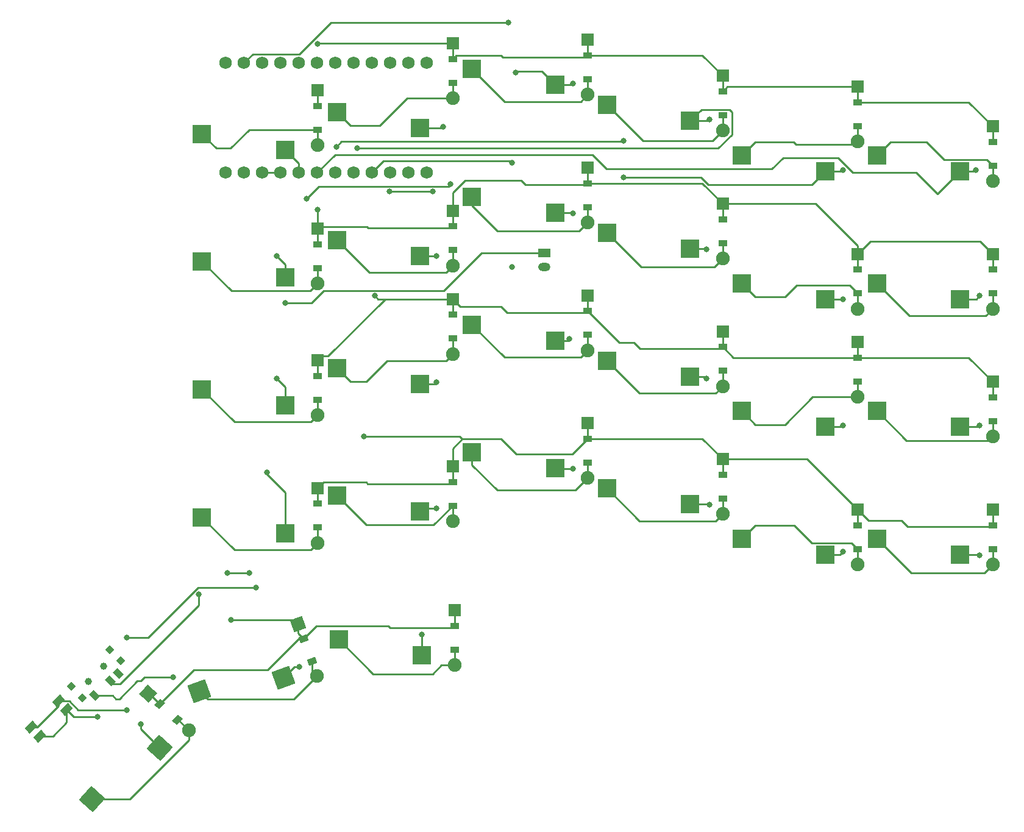
<source format=gbr>
%TF.GenerationSoftware,KiCad,Pcbnew,8.0.7*%
%TF.CreationDate,2024-12-27T12:50:11-06:00*%
%TF.ProjectId,right,72696768-742e-46b6-9963-61645f706362,v1.0.0*%
%TF.SameCoordinates,Original*%
%TF.FileFunction,Copper,L2,Bot*%
%TF.FilePolarity,Positive*%
%FSLAX46Y46*%
G04 Gerber Fmt 4.6, Leading zero omitted, Abs format (unit mm)*
G04 Created by KiCad (PCBNEW 8.0.7) date 2024-12-27 12:50:11*
%MOMM*%
%LPD*%
G01*
G04 APERTURE LIST*
G04 Aperture macros list*
%AMRotRect*
0 Rectangle, with rotation*
0 The origin of the aperture is its center*
0 $1 length*
0 $2 width*
0 $3 Rotation angle, in degrees counterclockwise*
0 Add horizontal line*
21,1,$1,$2,0,0,$3*%
G04 Aperture macros list end*
%TA.AperFunction,SMDPad,CuDef*%
%ADD10RotRect,0.900000X0.900000X44.000000*%
%TD*%
%TA.AperFunction,WasherPad*%
%ADD11C,1.000000*%
%TD*%
%TA.AperFunction,SMDPad,CuDef*%
%ADD12RotRect,0.900000X1.250000X44.000000*%
%TD*%
%TA.AperFunction,SMDPad,CuDef*%
%ADD13R,2.600000X2.600000*%
%TD*%
%TA.AperFunction,ComponentPad*%
%ADD14R,1.778000X1.778000*%
%TD*%
%TA.AperFunction,SMDPad,CuDef*%
%ADD15R,1.200000X0.900000*%
%TD*%
%TA.AperFunction,ComponentPad*%
%ADD16C,1.905000*%
%TD*%
%TA.AperFunction,SMDPad,CuDef*%
%ADD17RotRect,2.600000X2.600000X228.000000*%
%TD*%
%TA.AperFunction,ComponentPad*%
%ADD18R,1.700000X1.200000*%
%TD*%
%TA.AperFunction,ComponentPad*%
%ADD19O,1.700000X1.200000*%
%TD*%
%TA.AperFunction,ComponentPad*%
%ADD20C,1.752600*%
%TD*%
%TA.AperFunction,SMDPad,CuDef*%
%ADD21RotRect,2.600000X2.600000X200.000000*%
%TD*%
%TA.AperFunction,SMDPad,CuDef*%
%ADD22RotRect,1.550000X1.000000X44.000000*%
%TD*%
%TA.AperFunction,ComponentPad*%
%ADD23RotRect,1.778000X1.778000X290.000000*%
%TD*%
%TA.AperFunction,SMDPad,CuDef*%
%ADD24RotRect,0.900000X1.200000X290.000000*%
%TD*%
%TA.AperFunction,ComponentPad*%
%ADD25RotRect,1.778000X1.778000X318.000000*%
%TD*%
%TA.AperFunction,SMDPad,CuDef*%
%ADD26RotRect,0.900000X1.200000X318.000000*%
%TD*%
%TA.AperFunction,ViaPad*%
%ADD27C,0.800000*%
%TD*%
%TA.AperFunction,Conductor*%
%ADD28C,0.250000*%
%TD*%
G04 APERTURE END LIST*
D10*
%TO.P,T1,*%
%TO.N,*%
X267317797Y-174264882D03*
X268846045Y-175847430D03*
D11*
X269664468Y-173527908D03*
X271822488Y-171443932D03*
D10*
X272640911Y-169124410D03*
X274169159Y-170706958D03*
D12*
%TO.P,T1,1*%
%TO.N,pos*%
X270566380Y-175541531D03*
%TO.P,T1,2*%
%TO.N,RAW*%
X272724399Y-173457556D03*
%TO.P,T1,3*%
%TO.N,N/C*%
X273803409Y-172415569D03*
%TD*%
D13*
%TO.P,S18,1*%
%TO.N,P011*%
X315775000Y-132200000D03*
%TO.P,S18,2*%
%TO.N,mirror_fifth_bottom*%
X304225000Y-130000000D03*
%TD*%
D14*
%TO.P,D6,1*%
%TO.N,P002*%
X376550000Y-114190000D03*
D15*
X376550000Y-116350000D03*
%TO.P,D6,2*%
%TO.N,mirror_second_home*%
X376550000Y-119650000D03*
D16*
X376550000Y-121810000D03*
%TD*%
D14*
%TO.P,D21,1*%
%TO.N,P115*%
X376550000Y-126440000D03*
D15*
X376550000Y-128600000D03*
%TO.P,D21,2*%
%TO.N,mirror_second_bottom*%
X376550000Y-131900000D03*
D16*
X376550000Y-134060000D03*
%TD*%
D13*
%TO.P,S5,1*%
%TO.N,P022*%
X372025000Y-155950000D03*
%TO.P,S5,2*%
%TO.N,mirror_second_mod*%
X360475000Y-153750000D03*
%TD*%
%TO.P,S23,1*%
%TO.N,P017*%
X297025000Y-117450000D03*
%TO.P,S23,2*%
%TO.N,mirror_sixth_home*%
X285475000Y-115250000D03*
%TD*%
D14*
%TO.P,D1,1*%
%TO.N,P113*%
X395300000Y-149690000D03*
D15*
X395300000Y-151850000D03*
%TO.P,D1,2*%
%TO.N,mirror_first_mod*%
X395300000Y-155150000D03*
D16*
X395300000Y-157310000D03*
%TD*%
D14*
%TO.P,D17,1*%
%TO.N,P115*%
X301550000Y-128940000D03*
D15*
X301550000Y-131100000D03*
%TO.P,D17,2*%
%TO.N,mirror_sixth_bottom*%
X301550000Y-134400000D03*
D16*
X301550000Y-136560000D03*
%TD*%
D14*
%TO.P,D14,1*%
%TO.N,P113*%
X320300000Y-143690000D03*
D15*
X320300000Y-145850000D03*
%TO.P,D14,2*%
%TO.N,mirror_fifth_mod*%
X320300000Y-149150000D03*
D16*
X320300000Y-151310000D03*
%TD*%
D13*
%TO.P,S15,1*%
%TO.N,P100*%
X334525000Y-108450000D03*
%TO.P,S15,2*%
%TO.N,mirror_fourth_home*%
X322975000Y-106250000D03*
%TD*%
%TO.P,S4,1*%
%TO.N,P020*%
X390775000Y-102700000D03*
%TO.P,S4,2*%
%TO.N,mirror_first_top*%
X379225000Y-100500000D03*
%TD*%
D17*
%TO.P,S27,1*%
%TO.N,P009*%
X279584525Y-182767651D03*
%TO.P,S27,2*%
%TO.N,mirror_far_thumb*%
X270221148Y-189878886D03*
%TD*%
D13*
%TO.P,S17,1*%
%TO.N,P011*%
X315775000Y-149950000D03*
%TO.P,S17,2*%
%TO.N,mirror_fifth_mod*%
X304225000Y-147750000D03*
%TD*%
%TO.P,S2,1*%
%TO.N,P020*%
X390775000Y-138200000D03*
%TO.P,S2,2*%
%TO.N,mirror_first_bottom*%
X379225000Y-136000000D03*
%TD*%
D14*
%TO.P,D13,1*%
%TO.N,P029*%
X339050000Y-84440000D03*
D15*
X339050000Y-86600000D03*
%TO.P,D13,2*%
%TO.N,mirror_fourth_top*%
X339050000Y-89900000D03*
D16*
X339050000Y-92060000D03*
%TD*%
D18*
%TO.P,JST1,1*%
%TO.N,pos*%
X333000000Y-114000000D03*
D19*
%TO.P,JST1,2*%
%TO.N,GND*%
X333000000Y-116000000D03*
%TD*%
D14*
%TO.P,D4,1*%
%TO.N,P029*%
X395300000Y-96440000D03*
D15*
X395300000Y-98600000D03*
%TO.P,D4,2*%
%TO.N,mirror_first_top*%
X395300000Y-101900000D03*
D16*
X395300000Y-104060000D03*
%TD*%
D14*
%TO.P,D7,1*%
%TO.N,P113*%
X357800000Y-142690000D03*
D15*
X357800000Y-144850000D03*
%TO.P,D7,2*%
%TO.N,mirror_third_mod*%
X357800000Y-148150000D03*
D16*
X357800000Y-150310000D03*
%TD*%
D20*
%TO.P,MCU1,1*%
%TO.N,P006*%
X288780000Y-102870000D03*
%TO.P,MCU1,2*%
%TO.N,P008*%
X291320000Y-102870000D03*
%TO.P,MCU1,3*%
%TO.N,GND*%
X293860000Y-102870000D03*
%TO.P,MCU1,4*%
X296400000Y-102870000D03*
%TO.P,MCU1,5*%
%TO.N,P017*%
X298940000Y-102870000D03*
%TO.P,MCU1,6*%
%TO.N,P020*%
X301480000Y-102870000D03*
%TO.P,MCU1,7*%
%TO.N,P022*%
X304020000Y-102870000D03*
%TO.P,MCU1,8*%
%TO.N,P024*%
X306560000Y-102870000D03*
%TO.P,MCU1,9*%
%TO.N,P100*%
X309100000Y-102870000D03*
%TO.P,MCU1,10*%
%TO.N,P011*%
X311640000Y-102870000D03*
%TO.P,MCU1,11*%
%TO.N,P104*%
X314180000Y-102870000D03*
%TO.P,MCU1,12*%
%TO.N,P106*%
X316720000Y-102870000D03*
%TO.P,MCU1,13*%
%TO.N,P009*%
X316720000Y-87630000D03*
%TO.P,MCU1,14*%
%TO.N,P010*%
X314180000Y-87630000D03*
%TO.P,MCU1,15*%
%TO.N,P111*%
X311640000Y-87630000D03*
%TO.P,MCU1,16*%
%TO.N,P113*%
X309100000Y-87630000D03*
%TO.P,MCU1,17*%
%TO.N,P115*%
X306560000Y-87630000D03*
%TO.P,MCU1,18*%
%TO.N,P002*%
X304020000Y-87630000D03*
%TO.P,MCU1,19*%
%TO.N,P029*%
X301480000Y-87630000D03*
%TO.P,MCU1,20*%
%TO.N,P031*%
X298940000Y-87630000D03*
%TO.P,MCU1,21*%
%TO.N,VCC*%
X296400000Y-87630000D03*
%TO.P,MCU1,22*%
%TO.N,RST*%
X293860000Y-87630000D03*
%TO.P,MCU1,23*%
%TO.N,GND*%
X291320000Y-87630000D03*
%TO.P,MCU1,24*%
%TO.N,RAW*%
X288780000Y-87630000D03*
%TD*%
D13*
%TO.P,S21,1*%
%TO.N,P017*%
X297025000Y-152950000D03*
%TO.P,S21,2*%
%TO.N,mirror_sixth_mod*%
X285475000Y-150750000D03*
%TD*%
D14*
%TO.P,D15,1*%
%TO.N,P002*%
X320300000Y-108190000D03*
D15*
X320300000Y-110350000D03*
%TO.P,D15,2*%
%TO.N,mirror_fifth_home*%
X320300000Y-113650000D03*
D16*
X320300000Y-115810000D03*
%TD*%
D13*
%TO.P,S9,1*%
%TO.N,P024*%
X353275000Y-148950000D03*
%TO.P,S9,2*%
%TO.N,mirror_third_mod*%
X341725000Y-146750000D03*
%TD*%
%TO.P,S10,1*%
%TO.N,P024*%
X353275000Y-131200000D03*
%TO.P,S10,2*%
%TO.N,mirror_third_bottom*%
X341725000Y-129000000D03*
%TD*%
D21*
%TO.P,S26,1*%
%TO.N,P111*%
X296742943Y-173032558D03*
%TO.P,S26,2*%
%TO.N,mirror_home_thumb*%
X285137049Y-174915567D03*
%TD*%
D14*
%TO.P,D5,1*%
%TO.N,P113*%
X376550000Y-149690000D03*
D15*
X376550000Y-151850000D03*
%TO.P,D5,2*%
%TO.N,mirror_second_mod*%
X376550000Y-155150000D03*
D16*
X376550000Y-157310000D03*
%TD*%
D14*
%TO.P,D10,1*%
%TO.N,P029*%
X357800000Y-89440000D03*
D15*
X357800000Y-91600000D03*
%TO.P,D10,2*%
%TO.N,mirror_third_top*%
X357800000Y-94900000D03*
D16*
X357800000Y-97060000D03*
%TD*%
D14*
%TO.P,D24,1*%
%TO.N,P029*%
X320300000Y-84940000D03*
D15*
X320300000Y-87100000D03*
%TO.P,D24,2*%
%TO.N,mirror_fifth_top*%
X320300000Y-90400000D03*
D16*
X320300000Y-92560000D03*
%TD*%
D13*
%TO.P,S24,1*%
%TO.N,P017*%
X297025000Y-99700000D03*
%TO.P,S24,2*%
%TO.N,mirror_sixth_top*%
X285475000Y-97500000D03*
%TD*%
%TO.P,S8,1*%
%TO.N,P022*%
X372025000Y-102700000D03*
%TO.P,S8,2*%
%TO.N,mirror_second_top*%
X360475000Y-100500000D03*
%TD*%
D14*
%TO.P,D9,1*%
%TO.N,P002*%
X357800000Y-107190000D03*
D15*
X357800000Y-109350000D03*
%TO.P,D9,2*%
%TO.N,mirror_third_home*%
X357800000Y-112650000D03*
D16*
X357800000Y-114810000D03*
%TD*%
D13*
%TO.P,S25,1*%
%TO.N,P010*%
X316025000Y-169950000D03*
%TO.P,S25,2*%
%TO.N,mirror_near_thumb*%
X304475000Y-167750000D03*
%TD*%
%TO.P,S13,1*%
%TO.N,P100*%
X334525000Y-143950000D03*
%TO.P,S13,2*%
%TO.N,mirror_fourth_mod*%
X322975000Y-141750000D03*
%TD*%
D22*
%TO.P,B1,1*%
%TO.N,GND*%
X261722374Y-179917871D03*
X265498908Y-176270915D03*
%TO.P,B1,2*%
%TO.N,RST*%
X262903294Y-181140749D03*
X266679828Y-177493793D03*
%TD*%
D13*
%TO.P,S14,1*%
%TO.N,P100*%
X334525000Y-126200000D03*
%TO.P,S14,2*%
%TO.N,mirror_fourth_bottom*%
X322975000Y-124000000D03*
%TD*%
%TO.P,S11,1*%
%TO.N,P024*%
X353275000Y-113450000D03*
%TO.P,S11,2*%
%TO.N,mirror_third_home*%
X341725000Y-111250000D03*
%TD*%
%TO.P,S22,1*%
%TO.N,P017*%
X297025000Y-135200000D03*
%TO.P,S22,2*%
%TO.N,mirror_sixth_bottom*%
X285475000Y-133000000D03*
%TD*%
D14*
%TO.P,D22,1*%
%TO.N,P029*%
X376550000Y-90940000D03*
D15*
X376550000Y-93100000D03*
%TO.P,D22,2*%
%TO.N,mirror_second_top*%
X376550000Y-96400000D03*
D16*
X376550000Y-98560000D03*
%TD*%
D14*
%TO.P,D16,1*%
%TO.N,P113*%
X301550000Y-146690000D03*
D15*
X301550000Y-148850000D03*
%TO.P,D16,2*%
%TO.N,mirror_sixth_mod*%
X301550000Y-152150000D03*
D16*
X301550000Y-154310000D03*
%TD*%
D14*
%TO.P,D8,1*%
%TO.N,P115*%
X357800000Y-124940000D03*
D15*
X357800000Y-127100000D03*
%TO.P,D8,2*%
%TO.N,mirror_third_bottom*%
X357800000Y-130400000D03*
D16*
X357800000Y-132560000D03*
%TD*%
D23*
%TO.P,D19,1*%
%TO.N,P031*%
X298854006Y-165602441D03*
D24*
X299592770Y-167632177D03*
%TO.P,D19,2*%
%TO.N,mirror_home_thumb*%
X300721436Y-170733163D03*
D16*
X301460200Y-172762899D03*
%TD*%
D14*
%TO.P,D2,1*%
%TO.N,P115*%
X395300000Y-131940000D03*
D15*
X395300000Y-134100000D03*
%TO.P,D2,2*%
%TO.N,mirror_first_bottom*%
X395300000Y-137400000D03*
D16*
X395300000Y-139560000D03*
%TD*%
D13*
%TO.P,S12,1*%
%TO.N,P024*%
X353275000Y-95700000D03*
%TO.P,S12,2*%
%TO.N,mirror_third_top*%
X341725000Y-93500000D03*
%TD*%
D25*
%TO.P,D20,1*%
%TO.N,P031*%
X277960254Y-175216163D03*
D26*
X279565447Y-176661485D03*
%TO.P,D20,2*%
%TO.N,mirror_far_thumb*%
X282017825Y-178869617D03*
D16*
X283623018Y-180314939D03*
%TD*%
D13*
%TO.P,S7,1*%
%TO.N,P022*%
X372025000Y-120450000D03*
%TO.P,S7,2*%
%TO.N,mirror_second_home*%
X360475000Y-118250000D03*
%TD*%
%TO.P,S16,1*%
%TO.N,P100*%
X334525000Y-90700000D03*
%TO.P,S16,2*%
%TO.N,mirror_fourth_top*%
X322975000Y-88500000D03*
%TD*%
D14*
%TO.P,D11,1*%
%TO.N,P113*%
X339050000Y-137690000D03*
D15*
X339050000Y-139850000D03*
%TO.P,D11,2*%
%TO.N,mirror_fourth_mod*%
X339050000Y-143150000D03*
D16*
X339050000Y-145310000D03*
%TD*%
D14*
%TO.P,D23,1*%
%TO.N,P115*%
X320300000Y-120440000D03*
D15*
X320300000Y-122600000D03*
%TO.P,D23,2*%
%TO.N,mirror_fifth_bottom*%
X320300000Y-125900000D03*
D16*
X320300000Y-128060000D03*
%TD*%
D13*
%TO.P,S20,1*%
%TO.N,P011*%
X315775000Y-96700000D03*
%TO.P,S20,2*%
%TO.N,mirror_fifth_top*%
X304225000Y-94500000D03*
%TD*%
D14*
%TO.P,D27,1*%
%TO.N,P002*%
X339050000Y-102190000D03*
D15*
X339050000Y-104350000D03*
%TO.P,D27,2*%
%TO.N,mirror_fourth_home*%
X339050000Y-107650000D03*
D16*
X339050000Y-109810000D03*
%TD*%
D14*
%TO.P,D12,1*%
%TO.N,P115*%
X339050000Y-119940000D03*
D15*
X339050000Y-122100000D03*
%TO.P,D12,2*%
%TO.N,mirror_fourth_bottom*%
X339050000Y-125400000D03*
D16*
X339050000Y-127560000D03*
%TD*%
D13*
%TO.P,S1,1*%
%TO.N,P020*%
X390775000Y-155950000D03*
%TO.P,S1,2*%
%TO.N,mirror_first_mod*%
X379225000Y-153750000D03*
%TD*%
%TO.P,S3,1*%
%TO.N,P020*%
X390775000Y-120450000D03*
%TO.P,S3,2*%
%TO.N,mirror_first_home*%
X379225000Y-118250000D03*
%TD*%
D14*
%TO.P,D26,1*%
%TO.N,P002*%
X301550000Y-110690000D03*
D15*
X301550000Y-112850000D03*
%TO.P,D26,2*%
%TO.N,mirror_sixth_home*%
X301550000Y-116150000D03*
D16*
X301550000Y-118310000D03*
%TD*%
D13*
%TO.P,S6,1*%
%TO.N,P022*%
X372025000Y-138200000D03*
%TO.P,S6,2*%
%TO.N,mirror_second_bottom*%
X360475000Y-136000000D03*
%TD*%
%TO.P,S19,1*%
%TO.N,P011*%
X315775000Y-114450000D03*
%TO.P,S19,2*%
%TO.N,mirror_fifth_home*%
X304225000Y-112250000D03*
%TD*%
D14*
%TO.P,D25,1*%
%TO.N,P029*%
X301550000Y-91440000D03*
D15*
X301550000Y-93600000D03*
%TO.P,D25,2*%
%TO.N,mirror_sixth_top*%
X301550000Y-96900000D03*
D16*
X301550000Y-99060000D03*
%TD*%
D14*
%TO.P,D3,1*%
%TO.N,P002*%
X395300000Y-114190000D03*
D15*
X395300000Y-116350000D03*
%TO.P,D3,2*%
%TO.N,mirror_first_home*%
X395300000Y-119650000D03*
D16*
X395300000Y-121810000D03*
%TD*%
D14*
%TO.P,D18,1*%
%TO.N,P031*%
X320550000Y-163690000D03*
D15*
X320550000Y-165850000D03*
%TO.P,D18,2*%
%TO.N,mirror_near_thumb*%
X320550000Y-169150000D03*
D16*
X320550000Y-171310000D03*
%TD*%
D27*
%TO.N,P020*%
X393500000Y-156000000D03*
X393500000Y-138000000D03*
X393000000Y-102500000D03*
X393500000Y-120000000D03*
%TO.N,P022*%
X374500000Y-120500000D03*
X344000000Y-103500000D03*
X374500000Y-155500000D03*
X304158342Y-99283622D03*
X344000000Y-98500000D03*
X374500000Y-138000000D03*
X374500000Y-102500000D03*
%TO.N,P024*%
X355500000Y-113500000D03*
X356000000Y-149000000D03*
X356000000Y-95500000D03*
X307000000Y-99500000D03*
X355500000Y-131500000D03*
%TO.N,P100*%
X337000000Y-108500000D03*
X328500000Y-101500000D03*
X337000000Y-144000000D03*
X337000000Y-90500000D03*
X329000000Y-89000000D03*
X336500000Y-126000000D03*
%TO.N,P011*%
X318000000Y-114500000D03*
X319000000Y-96500000D03*
X317500000Y-105500000D03*
X318000000Y-132000000D03*
X311500000Y-105500000D03*
X318000000Y-149500000D03*
%TO.N,P017*%
X294500000Y-144500000D03*
X295839500Y-131500000D03*
X295839500Y-114500000D03*
%TO.N,P010*%
X316000000Y-167000000D03*
%TO.N,P111*%
X299000000Y-171500000D03*
%TO.N,P009*%
X277000000Y-179500000D03*
X300000000Y-106500000D03*
X320000000Y-104500000D03*
%TO.N,P113*%
X308000000Y-139500000D03*
%TO.N,P115*%
X309500000Y-120000000D03*
%TO.N,P002*%
X301500000Y-108000000D03*
%TO.N,P029*%
X301500000Y-85000000D03*
%TO.N,P031*%
X289500000Y-165000000D03*
%TO.N,RAW*%
X284987347Y-161487347D03*
%TO.N,GND*%
X328500000Y-116000000D03*
X275000000Y-167500000D03*
X293000000Y-160500000D03*
X328000000Y-82000000D03*
X275000000Y-177500000D03*
%TO.N,RST*%
X271000000Y-178500000D03*
%TO.N,pos*%
X281500000Y-173000000D03*
X297000000Y-121000000D03*
X292000000Y-158500000D03*
X289000000Y-158500000D03*
%TD*%
D28*
%TO.N,P020*%
X387650000Y-105825000D02*
X384650000Y-102825000D01*
X393300000Y-138200000D02*
X393500000Y-138000000D01*
X390775000Y-120450000D02*
X393050000Y-120450000D01*
X393050000Y-120450000D02*
X393500000Y-120000000D01*
X341663000Y-102375000D02*
X339698500Y-100410500D01*
X303939500Y-100410500D02*
X301480000Y-102870000D01*
X390775000Y-102700000D02*
X387650000Y-105825000D01*
X339698500Y-100410500D02*
X303939500Y-100410500D01*
X375850305Y-102825000D02*
X373850305Y-100825000D01*
X390775000Y-138200000D02*
X393300000Y-138200000D01*
X393450000Y-155950000D02*
X390775000Y-155950000D01*
X390775000Y-102700000D02*
X392800000Y-102700000D01*
X373850305Y-100825000D02*
X366175000Y-100825000D01*
X364625000Y-102375000D02*
X341663000Y-102375000D01*
X393500000Y-156000000D02*
X393450000Y-155950000D01*
X392800000Y-102700000D02*
X393000000Y-102500000D01*
X384650000Y-102825000D02*
X375850305Y-102825000D01*
X366175000Y-100825000D02*
X364625000Y-102375000D01*
%TO.N,mirror_first_mod*%
X383975000Y-158500000D02*
X394110000Y-158500000D01*
X395300000Y-155150000D02*
X395300000Y-157310000D01*
X394110000Y-158500000D02*
X395300000Y-157310000D01*
X379225000Y-153750000D02*
X383975000Y-158500000D01*
%TO.N,mirror_first_bottom*%
X383300000Y-140075000D02*
X394785000Y-140075000D01*
X379225000Y-136000000D02*
X383300000Y-140075000D01*
X395300000Y-137400000D02*
X395300000Y-139560000D01*
X394785000Y-140075000D02*
X395300000Y-139560000D01*
%TO.N,mirror_first_home*%
X383737500Y-122762500D02*
X394347500Y-122762500D01*
X395300000Y-119650000D02*
X395300000Y-121810000D01*
X394347500Y-122762500D02*
X395300000Y-121810000D01*
X379225000Y-118250000D02*
X383737500Y-122762500D01*
%TO.N,mirror_first_top*%
X394475000Y-101075000D02*
X395300000Y-101900000D01*
X379225000Y-100500000D02*
X381100000Y-98625000D01*
X381100000Y-98625000D02*
X386125000Y-98625000D01*
X386125000Y-98625000D02*
X388575000Y-101075000D01*
X388575000Y-101075000D02*
X394475000Y-101075000D01*
X395300000Y-101900000D02*
X395300000Y-104060000D01*
%TO.N,P022*%
X304866964Y-98575000D02*
X304158342Y-99283622D01*
X374300000Y-138200000D02*
X374500000Y-138000000D01*
X372025000Y-102700000D02*
X374300000Y-102700000D01*
X372025000Y-138200000D02*
X374300000Y-138200000D01*
X372025000Y-102700000D02*
X370150000Y-104575000D01*
X374500000Y-155500000D02*
X374050000Y-155950000D01*
X372025000Y-120450000D02*
X374450000Y-120450000D01*
X370150000Y-104575000D02*
X355821396Y-104575000D01*
X374450000Y-120450000D02*
X374500000Y-120500000D01*
X374050000Y-155950000D02*
X372025000Y-155950000D01*
X354746396Y-103500000D02*
X344000000Y-103500000D01*
X374300000Y-102700000D02*
X374500000Y-102500000D01*
X343925000Y-98575000D02*
X304866964Y-98575000D01*
X344000000Y-98500000D02*
X343925000Y-98575000D01*
X355821396Y-104575000D02*
X354746396Y-103500000D01*
%TO.N,mirror_second_mod*%
X370225000Y-154325000D02*
X375725000Y-154325000D01*
X375725000Y-154325000D02*
X376550000Y-155150000D01*
X360475000Y-153750000D02*
X362350000Y-151875000D01*
X367775000Y-151875000D02*
X370225000Y-154325000D01*
X362350000Y-151875000D02*
X367775000Y-151875000D01*
X376550000Y-157310000D02*
X376550000Y-155150000D01*
%TO.N,mirror_second_bottom*%
X362350000Y-137875000D02*
X366423350Y-137875000D01*
X376550000Y-134060000D02*
X376550000Y-131900000D01*
X360475000Y-136000000D02*
X362350000Y-137875000D01*
X366423350Y-137875000D02*
X370238350Y-134060000D01*
X370238350Y-134060000D02*
X376550000Y-134060000D01*
%TO.N,mirror_second_home*%
X368048350Y-118500000D02*
X375400000Y-118500000D01*
X360475000Y-118250000D02*
X362350000Y-120125000D01*
X362350000Y-120125000D02*
X366423350Y-120125000D01*
X376550000Y-121810000D02*
X376550000Y-119650000D01*
X366423350Y-120125000D02*
X368048350Y-118500000D01*
X375400000Y-118500000D02*
X376550000Y-119650000D01*
%TO.N,mirror_second_top*%
X376550000Y-98560000D02*
X376550000Y-96400000D01*
X360475000Y-100500000D02*
X362350000Y-98625000D01*
X376110000Y-99000000D02*
X376550000Y-98560000D01*
X368000000Y-99000000D02*
X376110000Y-99000000D01*
X362350000Y-98625000D02*
X367625000Y-98625000D01*
X367625000Y-98625000D02*
X368000000Y-99000000D01*
%TO.N,P024*%
X355200000Y-131200000D02*
X355500000Y-131500000D01*
X358725000Y-94125000D02*
X359077500Y-94477500D01*
X353275000Y-113450000D02*
X355450000Y-113450000D01*
X357166658Y-99500000D02*
X307000000Y-99500000D01*
X355950000Y-148950000D02*
X353275000Y-148950000D01*
X356000000Y-149000000D02*
X355950000Y-148950000D01*
X355450000Y-113450000D02*
X355500000Y-113500000D01*
X354850000Y-94125000D02*
X358725000Y-94125000D01*
X353275000Y-95700000D02*
X355800000Y-95700000D01*
X355800000Y-95700000D02*
X356000000Y-95500000D01*
X353275000Y-95700000D02*
X354850000Y-94125000D01*
X359077500Y-94477500D02*
X359077500Y-97589158D01*
X353275000Y-131200000D02*
X355200000Y-131200000D01*
X359077500Y-97589158D02*
X357166658Y-99500000D01*
%TO.N,mirror_third_mod*%
X341725000Y-146750000D02*
X346237500Y-151262500D01*
X346237500Y-151262500D02*
X356847500Y-151262500D01*
X356847500Y-151262500D02*
X357800000Y-150310000D01*
X357800000Y-150310000D02*
X357800000Y-148150000D01*
%TO.N,mirror_third_bottom*%
X346237500Y-133512500D02*
X356847500Y-133512500D01*
X341725000Y-129000000D02*
X346237500Y-133512500D01*
X356847500Y-133512500D02*
X357800000Y-132560000D01*
X357800000Y-132560000D02*
X357800000Y-130400000D01*
%TO.N,mirror_third_home*%
X357800000Y-114810000D02*
X357800000Y-112650000D01*
X346475000Y-116000000D02*
X356610000Y-116000000D01*
X356610000Y-116000000D02*
X357800000Y-114810000D01*
X341725000Y-111250000D02*
X346475000Y-116000000D01*
%TO.N,mirror_third_top*%
X341725000Y-93500000D02*
X346725000Y-98500000D01*
X356360000Y-98500000D02*
X357800000Y-97060000D01*
X346725000Y-98500000D02*
X356360000Y-98500000D01*
X357800000Y-97060000D02*
X357800000Y-94900000D01*
%TO.N,P100*%
X336950000Y-108450000D02*
X337000000Y-108500000D01*
X336300000Y-126200000D02*
X336500000Y-126000000D01*
X334525000Y-126200000D02*
X336300000Y-126200000D01*
X328500000Y-101500000D02*
X328274100Y-101274100D01*
X336800000Y-90700000D02*
X337000000Y-90500000D01*
X329175000Y-88825000D02*
X329000000Y-89000000D01*
X332650000Y-88825000D02*
X329175000Y-88825000D01*
X337000000Y-144000000D02*
X334575000Y-144000000D01*
X334525000Y-108450000D02*
X336950000Y-108450000D01*
X334575000Y-144000000D02*
X334525000Y-143950000D01*
X334525000Y-90700000D02*
X332650000Y-88825000D01*
X328274100Y-101274100D02*
X310695900Y-101274100D01*
X334525000Y-90700000D02*
X336800000Y-90700000D01*
X310695900Y-101274100D02*
X309100000Y-102870000D01*
%TO.N,mirror_fourth_mod*%
X322975000Y-143475000D02*
X326500000Y-147000000D01*
X339050000Y-145310000D02*
X339050000Y-143150000D01*
X322975000Y-141750000D02*
X322975000Y-143475000D01*
X337360000Y-147000000D02*
X339050000Y-145310000D01*
X326500000Y-147000000D02*
X337360000Y-147000000D01*
%TO.N,mirror_fourth_bottom*%
X339050000Y-127560000D02*
X339050000Y-125400000D01*
X327487500Y-128512500D02*
X338097500Y-128512500D01*
X322975000Y-124000000D02*
X327487500Y-128512500D01*
X338097500Y-128512500D02*
X339050000Y-127560000D01*
%TO.N,mirror_fourth_home*%
X322975000Y-106250000D02*
X322975000Y-107475000D01*
X326500000Y-111000000D02*
X337860000Y-111000000D01*
X339050000Y-109810000D02*
X339050000Y-107650000D01*
X322975000Y-107475000D02*
X326500000Y-111000000D01*
X337860000Y-111000000D02*
X339050000Y-109810000D01*
%TO.N,mirror_fourth_top*%
X338097500Y-93012500D02*
X339050000Y-92060000D01*
X339050000Y-92060000D02*
X339050000Y-89900000D01*
X322975000Y-88500000D02*
X327487500Y-93012500D01*
X327487500Y-93012500D02*
X338097500Y-93012500D01*
%TO.N,P011*%
X315775000Y-114450000D02*
X317950000Y-114450000D01*
X317800000Y-132200000D02*
X318000000Y-132000000D01*
X317950000Y-114450000D02*
X318000000Y-114500000D01*
X318800000Y-96700000D02*
X319000000Y-96500000D01*
X315775000Y-132200000D02*
X317800000Y-132200000D01*
X316225000Y-149500000D02*
X315775000Y-149950000D01*
X318000000Y-149500000D02*
X316225000Y-149500000D01*
X317500000Y-105500000D02*
X311500000Y-105500000D01*
X315775000Y-96700000D02*
X318800000Y-96700000D01*
%TO.N,mirror_fifth_mod*%
X320300000Y-149150000D02*
X317625000Y-151825000D01*
X317625000Y-151825000D02*
X308300000Y-151825000D01*
X308300000Y-151825000D02*
X304225000Y-147750000D01*
X320300000Y-151310000D02*
X320300000Y-149150000D01*
%TO.N,mirror_fifth_bottom*%
X319347500Y-129012500D02*
X311139150Y-129012500D01*
X320300000Y-128060000D02*
X319347500Y-129012500D01*
X306100000Y-131875000D02*
X304225000Y-130000000D01*
X311139150Y-129012500D02*
X308276650Y-131875000D01*
X308276650Y-131875000D02*
X306100000Y-131875000D01*
X320300000Y-128060000D02*
X320300000Y-125900000D01*
%TO.N,mirror_fifth_home*%
X320300000Y-115810000D02*
X319347500Y-116762500D01*
X320300000Y-115810000D02*
X320300000Y-113650000D01*
X319347500Y-116762500D02*
X308737500Y-116762500D01*
X308737500Y-116762500D02*
X304225000Y-112250000D01*
%TO.N,mirror_fifth_top*%
X313988350Y-92560000D02*
X310173350Y-96375000D01*
X306100000Y-96375000D02*
X304225000Y-94500000D01*
X320300000Y-92560000D02*
X320300000Y-90400000D01*
X320300000Y-92560000D02*
X313988350Y-92560000D01*
X310173350Y-96375000D02*
X306100000Y-96375000D01*
%TO.N,P017*%
X298940000Y-101615000D02*
X297025000Y-99700000D01*
X294500000Y-144795001D02*
X294500000Y-144500000D01*
X297025000Y-147320001D02*
X294500000Y-144795001D01*
X297025000Y-115685500D02*
X295839500Y-114500000D01*
X297025000Y-135200000D02*
X297025000Y-132685500D01*
X297025000Y-117450000D02*
X297025000Y-115685500D01*
X297025000Y-132685500D02*
X295839500Y-131500000D01*
X297025000Y-152950000D02*
X297025000Y-147320001D01*
X298940000Y-102870000D02*
X298940000Y-101615000D01*
%TO.N,mirror_sixth_mod*%
X301550000Y-154310000D02*
X301550000Y-152150000D01*
X301550000Y-154310000D02*
X300597500Y-155262500D01*
X300597500Y-155262500D02*
X289987500Y-155262500D01*
X289987500Y-155262500D02*
X285475000Y-150750000D01*
%TO.N,mirror_sixth_bottom*%
X300597500Y-137512500D02*
X289987500Y-137512500D01*
X301550000Y-136560000D02*
X301550000Y-134400000D01*
X289987500Y-137512500D02*
X285475000Y-133000000D01*
X301550000Y-136560000D02*
X300597500Y-137512500D01*
%TO.N,mirror_sixth_home*%
X301550000Y-118310000D02*
X301550000Y-116150000D01*
X289550000Y-119325000D02*
X285475000Y-115250000D01*
X301550000Y-118310000D02*
X300535000Y-119325000D01*
X300535000Y-119325000D02*
X289550000Y-119325000D01*
%TO.N,mirror_sixth_top*%
X287475000Y-99500000D02*
X285475000Y-97500000D01*
X292001650Y-96900000D02*
X289401650Y-99500000D01*
X301550000Y-96900000D02*
X292001650Y-96900000D01*
X301550000Y-99060000D02*
X301550000Y-96900000D01*
X289401650Y-99500000D02*
X287475000Y-99500000D01*
%TO.N,P010*%
X316025000Y-169950000D02*
X316025000Y-167025000D01*
X316025000Y-167025000D02*
X316000000Y-167000000D01*
%TO.N,mirror_near_thumb*%
X304475000Y-167750000D02*
X309225000Y-172500000D01*
X320550000Y-169150000D02*
X320550000Y-171310000D01*
X317500000Y-172500000D02*
X318690000Y-171310000D01*
X309225000Y-172500000D02*
X317500000Y-172500000D01*
X318690000Y-171310000D02*
X320550000Y-171310000D01*
%TO.N,P111*%
X298275501Y-171500000D02*
X299000000Y-171500000D01*
X296742943Y-173032558D02*
X298275501Y-171500000D01*
%TO.N,mirror_home_thumb*%
X301460200Y-172762899D02*
X298195425Y-176027674D01*
X300721436Y-172024135D02*
X301460200Y-172762899D01*
X286249156Y-176027674D02*
X285137049Y-174915567D01*
X298195425Y-176027674D02*
X286249156Y-176027674D01*
X300721436Y-170733163D02*
X300721436Y-172024135D01*
%TO.N,P009*%
X301725000Y-104775000D02*
X319725000Y-104775000D01*
X279584525Y-182767651D02*
X277000000Y-180183126D01*
X319725000Y-104775000D02*
X320000000Y-104500000D01*
X300000000Y-106500000D02*
X301725000Y-104775000D01*
X277000000Y-180183126D02*
X277000000Y-179500000D01*
%TO.N,mirror_far_thumb*%
X282177696Y-178869617D02*
X283623018Y-180314939D01*
X282017825Y-178869617D02*
X282177696Y-178869617D01*
X283623018Y-180314939D02*
X283623018Y-181661977D01*
X275406109Y-189878886D02*
X270221148Y-189878886D01*
X283623018Y-181661977D02*
X275406109Y-189878886D01*
%TO.N,P113*%
X339050000Y-139850000D02*
X339050000Y-137690000D01*
X321600000Y-139875000D02*
X321225000Y-139500000D01*
X320300000Y-145850000D02*
X320300000Y-143690000D01*
X357800000Y-144850000D02*
X357800000Y-142690000D01*
X339050000Y-139850000D02*
X336900000Y-142000000D01*
X357800000Y-142690000D02*
X354960000Y-139850000D01*
X320060500Y-146089500D02*
X308491150Y-146089500D01*
X369550000Y-142690000D02*
X357800000Y-142690000D01*
X320300000Y-145850000D02*
X320060500Y-146089500D01*
X383491150Y-152089500D02*
X382627550Y-151225900D01*
X302365000Y-145875000D02*
X301550000Y-146690000D01*
X378085900Y-151225900D02*
X376550000Y-149690000D01*
X329151650Y-142000000D02*
X327026650Y-139875000D01*
X382627550Y-151225900D02*
X378085900Y-151225900D01*
X308276650Y-145875000D02*
X302365000Y-145875000D01*
X320300000Y-141175000D02*
X320300000Y-143690000D01*
X321225000Y-139500000D02*
X308000000Y-139500000D01*
X395060500Y-152089500D02*
X383491150Y-152089500D01*
X321600000Y-139875000D02*
X320300000Y-141175000D01*
X336900000Y-142000000D02*
X329151650Y-142000000D01*
X308491150Y-146089500D02*
X308276650Y-145875000D01*
X327026650Y-139875000D02*
X321600000Y-139875000D01*
X376550000Y-151850000D02*
X376550000Y-149690000D01*
X395300000Y-149690000D02*
X395300000Y-151850000D01*
X301550000Y-148850000D02*
X301550000Y-146690000D01*
X354960000Y-139850000D02*
X339050000Y-139850000D01*
X376550000Y-149690000D02*
X369550000Y-142690000D01*
X395300000Y-151850000D02*
X395060500Y-152089500D01*
%TO.N,P115*%
X346339500Y-127339500D02*
X345475900Y-126475900D01*
X303000000Y-128375000D02*
X302115000Y-128375000D01*
X309940000Y-120440000D02*
X309500000Y-120000000D01*
X376550000Y-128600000D02*
X376550000Y-126440000D01*
X339050000Y-122100000D02*
X338810500Y-122339500D01*
X310935000Y-120440000D02*
X303000000Y-128375000D01*
X301550000Y-131100000D02*
X301550000Y-128940000D01*
X357800000Y-127100000D02*
X357560500Y-127339500D01*
X395300000Y-131940000D02*
X391960000Y-128600000D01*
X338810500Y-122339500D02*
X327839500Y-122339500D01*
X302115000Y-128375000D02*
X301550000Y-128940000D01*
X343425900Y-126475900D02*
X339050000Y-122100000D01*
X327839500Y-122339500D02*
X326975900Y-121475900D01*
X326975900Y-121475900D02*
X321335900Y-121475900D01*
X357800000Y-127100000D02*
X357800000Y-124940000D01*
X321335900Y-121475900D02*
X320300000Y-120440000D01*
X359300000Y-128600000D02*
X357800000Y-127100000D01*
X395300000Y-131940000D02*
X395300000Y-134100000D01*
X391960000Y-128600000D02*
X376550000Y-128600000D01*
X320300000Y-120440000D02*
X309940000Y-120440000D01*
X320300000Y-122600000D02*
X320300000Y-120440000D01*
X339050000Y-122100000D02*
X339050000Y-119940000D01*
X357560500Y-127339500D02*
X346339500Y-127339500D01*
X345475900Y-126475900D02*
X343425900Y-126475900D01*
X376550000Y-128600000D02*
X359300000Y-128600000D01*
X320300000Y-120440000D02*
X310935000Y-120440000D01*
%TO.N,P002*%
X339050000Y-104350000D02*
X338810500Y-104589500D01*
X308375000Y-110375000D02*
X301865000Y-110375000D01*
X376550000Y-114190000D02*
X376550000Y-113051000D01*
X376550000Y-116350000D02*
X376550000Y-114190000D01*
X320300000Y-110350000D02*
X320300000Y-108190000D01*
X354960000Y-104350000D02*
X339050000Y-104350000D01*
X321975000Y-104000000D02*
X320300000Y-105675000D01*
X393520500Y-112410500D02*
X378329500Y-112410500D01*
X329795001Y-104000000D02*
X321975000Y-104000000D01*
X370689000Y-107190000D02*
X357800000Y-107190000D01*
X301550000Y-108050000D02*
X301500000Y-108000000D01*
X378329500Y-112410500D02*
X376550000Y-114190000D01*
X301865000Y-110375000D02*
X301550000Y-110690000D01*
X357800000Y-109350000D02*
X357800000Y-107190000D01*
X376550000Y-113051000D02*
X370689000Y-107190000D01*
X301550000Y-112850000D02*
X301550000Y-110690000D01*
X339050000Y-104350000D02*
X339050000Y-102190000D01*
X395300000Y-114190000D02*
X393520500Y-112410500D01*
X330384501Y-104589500D02*
X329795001Y-104000000D01*
X301550000Y-110690000D02*
X301550000Y-108050000D01*
X308589500Y-110589500D02*
X308375000Y-110375000D01*
X320300000Y-105675000D02*
X320300000Y-108190000D01*
X395300000Y-114190000D02*
X395300000Y-116350000D01*
X357800000Y-107190000D02*
X354960000Y-104350000D01*
X320300000Y-110350000D02*
X320060500Y-110589500D01*
X338810500Y-104589500D02*
X330384501Y-104589500D01*
X320060500Y-110589500D02*
X308589500Y-110589500D01*
%TO.N,P029*%
X376550000Y-90940000D02*
X358460000Y-90940000D01*
X357800000Y-89440000D02*
X354960000Y-86600000D01*
X327241150Y-86839500D02*
X327026650Y-86625000D01*
X358460000Y-90940000D02*
X357800000Y-91600000D01*
X395300000Y-96440000D02*
X395300000Y-98600000D01*
X327026650Y-86625000D02*
X320775000Y-86625000D01*
X338810500Y-86839500D02*
X327241150Y-86839500D01*
X320300000Y-87100000D02*
X320300000Y-84940000D01*
X320775000Y-86625000D02*
X320300000Y-87100000D01*
X391960000Y-93100000D02*
X376550000Y-93100000D01*
X339050000Y-86600000D02*
X339050000Y-84440000D01*
X339050000Y-86600000D02*
X338810500Y-86839500D01*
X357800000Y-91600000D02*
X357800000Y-89440000D01*
X354960000Y-86600000D02*
X339050000Y-86600000D01*
X301560000Y-84940000D02*
X301500000Y-85000000D01*
X320300000Y-84940000D02*
X301560000Y-84940000D01*
X395300000Y-96440000D02*
X391960000Y-93100000D01*
X301550000Y-93600000D02*
X301550000Y-91440000D01*
X376550000Y-93100000D02*
X376550000Y-90940000D01*
%TO.N,P031*%
X298867823Y-167632177D02*
X299592770Y-167632177D01*
X301349947Y-165875000D02*
X311375000Y-165875000D01*
X320310500Y-166089500D02*
X320550000Y-165850000D01*
X311375000Y-165875000D02*
X311589500Y-166089500D01*
X298854006Y-166893413D02*
X299592770Y-167632177D01*
X294579549Y-171920451D02*
X298867823Y-167632177D01*
X311589500Y-166089500D02*
X320310500Y-166089500D01*
X277960254Y-175216163D02*
X278120125Y-175216163D01*
X298251565Y-165000000D02*
X289500000Y-165000000D01*
X284306481Y-171920451D02*
X294579549Y-171920451D01*
X298854006Y-165602441D02*
X298854006Y-166893413D01*
X299592770Y-167632177D02*
X301349947Y-165875000D01*
X298854006Y-165602441D02*
X298251565Y-165000000D01*
X278120125Y-175216163D02*
X279565447Y-176661485D01*
X320550000Y-163690000D02*
X320550000Y-165850000D01*
X279565447Y-176661485D02*
X284306481Y-171920451D01*
%TO.N,RAW*%
X284987347Y-163012653D02*
X284987347Y-161487347D01*
X274100435Y-173899565D02*
X284987347Y-163012653D01*
X272724399Y-173457556D02*
X273166408Y-173899565D01*
X273166408Y-173899565D02*
X274100435Y-173899565D01*
%TO.N,GND*%
X262547034Y-179917871D02*
X261722374Y-179917871D01*
X277949389Y-167500000D02*
X284949389Y-160500000D01*
X275000000Y-167500000D02*
X277949389Y-167500000D01*
X328000000Y-82000000D02*
X303428700Y-82000000D01*
X303428700Y-82000000D02*
X299000000Y-86428700D01*
X265498908Y-176965997D02*
X262547034Y-179917871D01*
X265498908Y-176270915D02*
X267024760Y-176270915D01*
X292521300Y-86428700D02*
X291320000Y-87630000D01*
X268253845Y-177500000D02*
X275000000Y-177500000D01*
X299000000Y-86428700D02*
X292521300Y-86428700D01*
X284949389Y-160500000D02*
X293000000Y-160500000D01*
X265498908Y-176270915D02*
X265498908Y-176965997D01*
X296400000Y-102870000D02*
X293860000Y-102870000D01*
X267024760Y-176270915D02*
X268253845Y-177500000D01*
%TO.N,RST*%
X264771091Y-181140749D02*
X262903294Y-181140749D01*
X266679828Y-177493793D02*
X266679828Y-179232012D01*
X266679828Y-179232012D02*
X264771091Y-181140749D01*
X267686035Y-178500000D02*
X271000000Y-178500000D01*
X266679828Y-177493793D02*
X267686035Y-178500000D01*
%TO.N,pos*%
X292000000Y-158500000D02*
X289000000Y-158500000D01*
X276500000Y-173500000D02*
X274000000Y-176000000D01*
X273041531Y-175541531D02*
X270566380Y-175541531D01*
X274000000Y-176000000D02*
X273500000Y-176000000D01*
X324312000Y-114000000D02*
X319037000Y-119275000D01*
X277000000Y-173500000D02*
X276500000Y-173500000D01*
X277500000Y-173000000D02*
X277000000Y-173500000D01*
X324312000Y-114000000D02*
X333000000Y-114000000D01*
X273500000Y-176000000D02*
X273041531Y-175541531D01*
X300666658Y-121000000D02*
X297000000Y-121000000D01*
X281500000Y-173000000D02*
X277500000Y-173000000D01*
X302391658Y-119275000D02*
X300666658Y-121000000D01*
X319037000Y-119275000D02*
X302391658Y-119275000D01*
%TD*%
M02*

</source>
